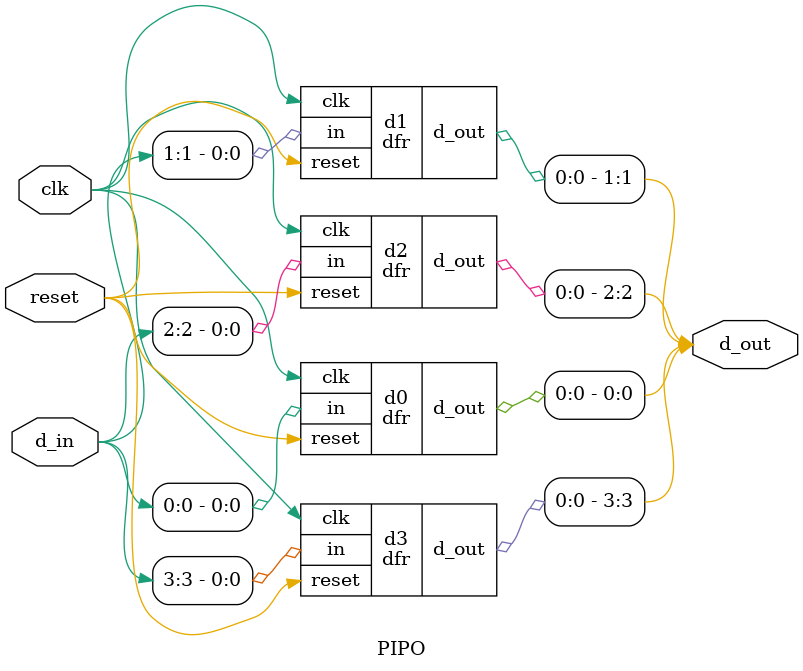
<source format=v>
module invert (input wire i, output wire o);
   assign o = !i;
endmodule

module and2 (input wire i0, i1, output wire o);
  assign o = i0 & i1;
endmodule


module df (input wire clk, in, output wire d_out);
  reg df_out;
  always@(posedge clk) df_out <= in;
  assign d_out = df_out;
endmodule

module dfr (input wire clk, reset, in, output wire d_out);
  wire reset_, df_in;
  invert invert_0 (reset, reset_);
  and2 and2_0 (in, reset_, df_in);
  df df_0 (clk, df_in, d_out);
endmodule


module PIPO(input wire clk, reset,input wire[3:0] d_in, output wire[3:0] d_out);

dfr d0(clk,reset,d_in[0],d_out[0]);
dfr d1(clk,reset,d_in[1],d_out[1]);
dfr d2(clk,reset,d_in[2],d_out[2]);
dfr d3(clk,reset,d_in[3],d_out[3]);

endmodule


</source>
